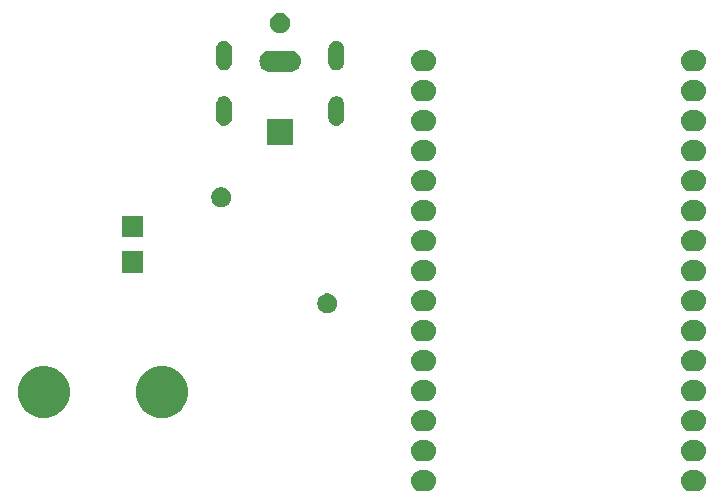
<source format=gbr>
G04 #@! TF.GenerationSoftware,KiCad,Pcbnew,5.1.6-c6e7f7d~86~ubuntu18.04.1*
G04 #@! TF.CreationDate,2020-05-28T19:09:28+01:00*
G04 #@! TF.ProjectId,polariser_drive,706f6c61-7269-4736-9572-5f6472697665,rev?*
G04 #@! TF.SameCoordinates,Original*
G04 #@! TF.FileFunction,Soldermask,Bot*
G04 #@! TF.FilePolarity,Negative*
%FSLAX46Y46*%
G04 Gerber Fmt 4.6, Leading zero omitted, Abs format (unit mm)*
G04 Created by KiCad (PCBNEW 5.1.6-c6e7f7d~86~ubuntu18.04.1) date 2020-05-28 19:09:28*
%MOMM*%
%LPD*%
G01*
G04 APERTURE LIST*
%ADD10C,0.100000*%
G04 APERTURE END LIST*
D10*
G36*
X111331694Y-129598633D02*
G01*
X111504095Y-129650931D01*
X111662983Y-129735858D01*
X111802249Y-129850151D01*
X111916542Y-129989417D01*
X112001469Y-130148305D01*
X112053767Y-130320706D01*
X112071425Y-130500000D01*
X112053767Y-130679294D01*
X112001469Y-130851695D01*
X111916542Y-131010583D01*
X111802249Y-131149849D01*
X111662983Y-131264142D01*
X111504095Y-131349069D01*
X111331694Y-131401367D01*
X111197331Y-131414600D01*
X110802669Y-131414600D01*
X110668306Y-131401367D01*
X110495905Y-131349069D01*
X110337017Y-131264142D01*
X110197751Y-131149849D01*
X110083458Y-131010583D01*
X109998531Y-130851695D01*
X109946233Y-130679294D01*
X109928575Y-130500000D01*
X109946233Y-130320706D01*
X109998531Y-130148305D01*
X110083458Y-129989417D01*
X110197751Y-129850151D01*
X110337017Y-129735858D01*
X110495905Y-129650931D01*
X110668306Y-129598633D01*
X110802669Y-129585400D01*
X111197331Y-129585400D01*
X111331694Y-129598633D01*
G37*
G36*
X88471694Y-129598633D02*
G01*
X88644095Y-129650931D01*
X88802983Y-129735858D01*
X88942249Y-129850151D01*
X89056542Y-129989417D01*
X89141469Y-130148305D01*
X89193767Y-130320706D01*
X89211425Y-130500000D01*
X89193767Y-130679294D01*
X89141469Y-130851695D01*
X89056542Y-131010583D01*
X88942249Y-131149849D01*
X88802983Y-131264142D01*
X88644095Y-131349069D01*
X88471694Y-131401367D01*
X88337331Y-131414600D01*
X87942669Y-131414600D01*
X87808306Y-131401367D01*
X87635905Y-131349069D01*
X87477017Y-131264142D01*
X87337751Y-131149849D01*
X87223458Y-131010583D01*
X87138531Y-130851695D01*
X87086233Y-130679294D01*
X87068575Y-130500000D01*
X87086233Y-130320706D01*
X87138531Y-130148305D01*
X87223458Y-129989417D01*
X87337751Y-129850151D01*
X87477017Y-129735858D01*
X87635905Y-129650931D01*
X87808306Y-129598633D01*
X87942669Y-129585400D01*
X88337331Y-129585400D01*
X88471694Y-129598633D01*
G37*
G36*
X88471694Y-127058633D02*
G01*
X88644095Y-127110931D01*
X88802983Y-127195858D01*
X88942249Y-127310151D01*
X89056542Y-127449417D01*
X89141469Y-127608305D01*
X89193767Y-127780706D01*
X89211425Y-127960000D01*
X89193767Y-128139294D01*
X89141469Y-128311695D01*
X89056542Y-128470583D01*
X88942249Y-128609849D01*
X88802983Y-128724142D01*
X88644095Y-128809069D01*
X88471694Y-128861367D01*
X88337331Y-128874600D01*
X87942669Y-128874600D01*
X87808306Y-128861367D01*
X87635905Y-128809069D01*
X87477017Y-128724142D01*
X87337751Y-128609849D01*
X87223458Y-128470583D01*
X87138531Y-128311695D01*
X87086233Y-128139294D01*
X87068575Y-127960000D01*
X87086233Y-127780706D01*
X87138531Y-127608305D01*
X87223458Y-127449417D01*
X87337751Y-127310151D01*
X87477017Y-127195858D01*
X87635905Y-127110931D01*
X87808306Y-127058633D01*
X87942669Y-127045400D01*
X88337331Y-127045400D01*
X88471694Y-127058633D01*
G37*
G36*
X111331694Y-127058633D02*
G01*
X111504095Y-127110931D01*
X111662983Y-127195858D01*
X111802249Y-127310151D01*
X111916542Y-127449417D01*
X112001469Y-127608305D01*
X112053767Y-127780706D01*
X112071425Y-127960000D01*
X112053767Y-128139294D01*
X112001469Y-128311695D01*
X111916542Y-128470583D01*
X111802249Y-128609849D01*
X111662983Y-128724142D01*
X111504095Y-128809069D01*
X111331694Y-128861367D01*
X111197331Y-128874600D01*
X110802669Y-128874600D01*
X110668306Y-128861367D01*
X110495905Y-128809069D01*
X110337017Y-128724142D01*
X110197751Y-128609849D01*
X110083458Y-128470583D01*
X109998531Y-128311695D01*
X109946233Y-128139294D01*
X109928575Y-127960000D01*
X109946233Y-127780706D01*
X109998531Y-127608305D01*
X110083458Y-127449417D01*
X110197751Y-127310151D01*
X110337017Y-127195858D01*
X110495905Y-127110931D01*
X110668306Y-127058633D01*
X110802669Y-127045400D01*
X111197331Y-127045400D01*
X111331694Y-127058633D01*
G37*
G36*
X111331694Y-124518633D02*
G01*
X111504095Y-124570931D01*
X111662983Y-124655858D01*
X111802249Y-124770151D01*
X111916542Y-124909417D01*
X112001469Y-125068305D01*
X112053767Y-125240706D01*
X112071425Y-125420000D01*
X112053767Y-125599294D01*
X112001469Y-125771695D01*
X111916542Y-125930583D01*
X111802249Y-126069849D01*
X111662983Y-126184142D01*
X111504095Y-126269069D01*
X111331694Y-126321367D01*
X111197331Y-126334600D01*
X110802669Y-126334600D01*
X110668306Y-126321367D01*
X110495905Y-126269069D01*
X110337017Y-126184142D01*
X110197751Y-126069849D01*
X110083458Y-125930583D01*
X109998531Y-125771695D01*
X109946233Y-125599294D01*
X109928575Y-125420000D01*
X109946233Y-125240706D01*
X109998531Y-125068305D01*
X110083458Y-124909417D01*
X110197751Y-124770151D01*
X110337017Y-124655858D01*
X110495905Y-124570931D01*
X110668306Y-124518633D01*
X110802669Y-124505400D01*
X111197331Y-124505400D01*
X111331694Y-124518633D01*
G37*
G36*
X88471694Y-124518633D02*
G01*
X88644095Y-124570931D01*
X88802983Y-124655858D01*
X88942249Y-124770151D01*
X89056542Y-124909417D01*
X89141469Y-125068305D01*
X89193767Y-125240706D01*
X89211425Y-125420000D01*
X89193767Y-125599294D01*
X89141469Y-125771695D01*
X89056542Y-125930583D01*
X88942249Y-126069849D01*
X88802983Y-126184142D01*
X88644095Y-126269069D01*
X88471694Y-126321367D01*
X88337331Y-126334600D01*
X87942669Y-126334600D01*
X87808306Y-126321367D01*
X87635905Y-126269069D01*
X87477017Y-126184142D01*
X87337751Y-126069849D01*
X87223458Y-125930583D01*
X87138531Y-125771695D01*
X87086233Y-125599294D01*
X87068575Y-125420000D01*
X87086233Y-125240706D01*
X87138531Y-125068305D01*
X87223458Y-124909417D01*
X87337751Y-124770151D01*
X87477017Y-124655858D01*
X87635905Y-124570931D01*
X87808306Y-124518633D01*
X87942669Y-124505400D01*
X88337331Y-124505400D01*
X88471694Y-124518633D01*
G37*
G36*
X66642007Y-120883582D02*
G01*
X67042563Y-121049498D01*
X67042565Y-121049499D01*
X67403056Y-121290371D01*
X67709629Y-121596944D01*
X67950501Y-121957435D01*
X67950502Y-121957437D01*
X68116418Y-122357993D01*
X68201000Y-122783219D01*
X68201000Y-123216781D01*
X68116418Y-123642007D01*
X67950502Y-124042563D01*
X67950501Y-124042565D01*
X67709629Y-124403056D01*
X67403056Y-124709629D01*
X67042565Y-124950501D01*
X67042564Y-124950502D01*
X67042563Y-124950502D01*
X66642007Y-125116418D01*
X66216781Y-125201000D01*
X65783219Y-125201000D01*
X65357993Y-125116418D01*
X64957437Y-124950502D01*
X64957436Y-124950502D01*
X64957435Y-124950501D01*
X64596944Y-124709629D01*
X64290371Y-124403056D01*
X64049499Y-124042565D01*
X64049498Y-124042563D01*
X63883582Y-123642007D01*
X63799000Y-123216781D01*
X63799000Y-122783219D01*
X63883582Y-122357993D01*
X64049498Y-121957437D01*
X64049499Y-121957435D01*
X64290371Y-121596944D01*
X64596944Y-121290371D01*
X64957435Y-121049499D01*
X64957437Y-121049498D01*
X65357993Y-120883582D01*
X65783219Y-120799000D01*
X66216781Y-120799000D01*
X66642007Y-120883582D01*
G37*
G36*
X56642007Y-120883582D02*
G01*
X57042563Y-121049498D01*
X57042565Y-121049499D01*
X57403056Y-121290371D01*
X57709629Y-121596944D01*
X57950501Y-121957435D01*
X57950502Y-121957437D01*
X58116418Y-122357993D01*
X58201000Y-122783219D01*
X58201000Y-123216781D01*
X58116418Y-123642007D01*
X57950502Y-124042563D01*
X57950501Y-124042565D01*
X57709629Y-124403056D01*
X57403056Y-124709629D01*
X57042565Y-124950501D01*
X57042564Y-124950502D01*
X57042563Y-124950502D01*
X56642007Y-125116418D01*
X56216781Y-125201000D01*
X55783219Y-125201000D01*
X55357993Y-125116418D01*
X54957437Y-124950502D01*
X54957436Y-124950502D01*
X54957435Y-124950501D01*
X54596944Y-124709629D01*
X54290371Y-124403056D01*
X54049499Y-124042565D01*
X54049498Y-124042563D01*
X53883582Y-123642007D01*
X53799000Y-123216781D01*
X53799000Y-122783219D01*
X53883582Y-122357993D01*
X54049498Y-121957437D01*
X54049499Y-121957435D01*
X54290371Y-121596944D01*
X54596944Y-121290371D01*
X54957435Y-121049499D01*
X54957437Y-121049498D01*
X55357993Y-120883582D01*
X55783219Y-120799000D01*
X56216781Y-120799000D01*
X56642007Y-120883582D01*
G37*
G36*
X111331694Y-121978633D02*
G01*
X111504095Y-122030931D01*
X111662983Y-122115858D01*
X111802249Y-122230151D01*
X111916542Y-122369417D01*
X112001469Y-122528305D01*
X112053767Y-122700706D01*
X112071425Y-122880000D01*
X112053767Y-123059294D01*
X112001469Y-123231695D01*
X111916542Y-123390583D01*
X111802249Y-123529849D01*
X111662983Y-123644142D01*
X111504095Y-123729069D01*
X111331694Y-123781367D01*
X111197331Y-123794600D01*
X110802669Y-123794600D01*
X110668306Y-123781367D01*
X110495905Y-123729069D01*
X110337017Y-123644142D01*
X110197751Y-123529849D01*
X110083458Y-123390583D01*
X109998531Y-123231695D01*
X109946233Y-123059294D01*
X109928575Y-122880000D01*
X109946233Y-122700706D01*
X109998531Y-122528305D01*
X110083458Y-122369417D01*
X110197751Y-122230151D01*
X110337017Y-122115858D01*
X110495905Y-122030931D01*
X110668306Y-121978633D01*
X110802669Y-121965400D01*
X111197331Y-121965400D01*
X111331694Y-121978633D01*
G37*
G36*
X88471694Y-121978633D02*
G01*
X88644095Y-122030931D01*
X88802983Y-122115858D01*
X88942249Y-122230151D01*
X89056542Y-122369417D01*
X89141469Y-122528305D01*
X89193767Y-122700706D01*
X89211425Y-122880000D01*
X89193767Y-123059294D01*
X89141469Y-123231695D01*
X89056542Y-123390583D01*
X88942249Y-123529849D01*
X88802983Y-123644142D01*
X88644095Y-123729069D01*
X88471694Y-123781367D01*
X88337331Y-123794600D01*
X87942669Y-123794600D01*
X87808306Y-123781367D01*
X87635905Y-123729069D01*
X87477017Y-123644142D01*
X87337751Y-123529849D01*
X87223458Y-123390583D01*
X87138531Y-123231695D01*
X87086233Y-123059294D01*
X87068575Y-122880000D01*
X87086233Y-122700706D01*
X87138531Y-122528305D01*
X87223458Y-122369417D01*
X87337751Y-122230151D01*
X87477017Y-122115858D01*
X87635905Y-122030931D01*
X87808306Y-121978633D01*
X87942669Y-121965400D01*
X88337331Y-121965400D01*
X88471694Y-121978633D01*
G37*
G36*
X111331694Y-119438633D02*
G01*
X111504095Y-119490931D01*
X111662983Y-119575858D01*
X111802249Y-119690151D01*
X111916542Y-119829417D01*
X112001469Y-119988305D01*
X112053767Y-120160706D01*
X112071425Y-120340000D01*
X112053767Y-120519294D01*
X112001469Y-120691695D01*
X111916542Y-120850583D01*
X111802249Y-120989849D01*
X111662983Y-121104142D01*
X111504095Y-121189069D01*
X111331694Y-121241367D01*
X111197331Y-121254600D01*
X110802669Y-121254600D01*
X110668306Y-121241367D01*
X110495905Y-121189069D01*
X110337017Y-121104142D01*
X110197751Y-120989849D01*
X110083458Y-120850583D01*
X109998531Y-120691695D01*
X109946233Y-120519294D01*
X109928575Y-120340000D01*
X109946233Y-120160706D01*
X109998531Y-119988305D01*
X110083458Y-119829417D01*
X110197751Y-119690151D01*
X110337017Y-119575858D01*
X110495905Y-119490931D01*
X110668306Y-119438633D01*
X110802669Y-119425400D01*
X111197331Y-119425400D01*
X111331694Y-119438633D01*
G37*
G36*
X88471694Y-119438633D02*
G01*
X88644095Y-119490931D01*
X88802983Y-119575858D01*
X88942249Y-119690151D01*
X89056542Y-119829417D01*
X89141469Y-119988305D01*
X89193767Y-120160706D01*
X89211425Y-120340000D01*
X89193767Y-120519294D01*
X89141469Y-120691695D01*
X89056542Y-120850583D01*
X88942249Y-120989849D01*
X88802983Y-121104142D01*
X88644095Y-121189069D01*
X88471694Y-121241367D01*
X88337331Y-121254600D01*
X87942669Y-121254600D01*
X87808306Y-121241367D01*
X87635905Y-121189069D01*
X87477017Y-121104142D01*
X87337751Y-120989849D01*
X87223458Y-120850583D01*
X87138531Y-120691695D01*
X87086233Y-120519294D01*
X87068575Y-120340000D01*
X87086233Y-120160706D01*
X87138531Y-119988305D01*
X87223458Y-119829417D01*
X87337751Y-119690151D01*
X87477017Y-119575858D01*
X87635905Y-119490931D01*
X87808306Y-119438633D01*
X87942669Y-119425400D01*
X88337331Y-119425400D01*
X88471694Y-119438633D01*
G37*
G36*
X88471694Y-116898633D02*
G01*
X88644095Y-116950931D01*
X88802983Y-117035858D01*
X88942249Y-117150151D01*
X89056542Y-117289417D01*
X89141469Y-117448305D01*
X89193767Y-117620706D01*
X89211425Y-117800000D01*
X89193767Y-117979294D01*
X89141469Y-118151695D01*
X89056542Y-118310583D01*
X88942249Y-118449849D01*
X88802983Y-118564142D01*
X88644095Y-118649069D01*
X88471694Y-118701367D01*
X88337331Y-118714600D01*
X87942669Y-118714600D01*
X87808306Y-118701367D01*
X87635905Y-118649069D01*
X87477017Y-118564142D01*
X87337751Y-118449849D01*
X87223458Y-118310583D01*
X87138531Y-118151695D01*
X87086233Y-117979294D01*
X87068575Y-117800000D01*
X87086233Y-117620706D01*
X87138531Y-117448305D01*
X87223458Y-117289417D01*
X87337751Y-117150151D01*
X87477017Y-117035858D01*
X87635905Y-116950931D01*
X87808306Y-116898633D01*
X87942669Y-116885400D01*
X88337331Y-116885400D01*
X88471694Y-116898633D01*
G37*
G36*
X111331694Y-116898633D02*
G01*
X111504095Y-116950931D01*
X111662983Y-117035858D01*
X111802249Y-117150151D01*
X111916542Y-117289417D01*
X112001469Y-117448305D01*
X112053767Y-117620706D01*
X112071425Y-117800000D01*
X112053767Y-117979294D01*
X112001469Y-118151695D01*
X111916542Y-118310583D01*
X111802249Y-118449849D01*
X111662983Y-118564142D01*
X111504095Y-118649069D01*
X111331694Y-118701367D01*
X111197331Y-118714600D01*
X110802669Y-118714600D01*
X110668306Y-118701367D01*
X110495905Y-118649069D01*
X110337017Y-118564142D01*
X110197751Y-118449849D01*
X110083458Y-118310583D01*
X109998531Y-118151695D01*
X109946233Y-117979294D01*
X109928575Y-117800000D01*
X109946233Y-117620706D01*
X109998531Y-117448305D01*
X110083458Y-117289417D01*
X110197751Y-117150151D01*
X110337017Y-117035858D01*
X110495905Y-116950931D01*
X110668306Y-116898633D01*
X110802669Y-116885400D01*
X111197331Y-116885400D01*
X111331694Y-116898633D01*
G37*
G36*
X80248228Y-114681703D02*
G01*
X80403100Y-114745853D01*
X80542481Y-114838985D01*
X80661015Y-114957519D01*
X80754147Y-115096900D01*
X80818297Y-115251772D01*
X80851000Y-115416184D01*
X80851000Y-115583816D01*
X80818297Y-115748228D01*
X80754147Y-115903100D01*
X80661015Y-116042481D01*
X80542481Y-116161015D01*
X80403100Y-116254147D01*
X80248228Y-116318297D01*
X80083816Y-116351000D01*
X79916184Y-116351000D01*
X79751772Y-116318297D01*
X79596900Y-116254147D01*
X79457519Y-116161015D01*
X79338985Y-116042481D01*
X79245853Y-115903100D01*
X79181703Y-115748228D01*
X79149000Y-115583816D01*
X79149000Y-115416184D01*
X79181703Y-115251772D01*
X79245853Y-115096900D01*
X79338985Y-114957519D01*
X79457519Y-114838985D01*
X79596900Y-114745853D01*
X79751772Y-114681703D01*
X79916184Y-114649000D01*
X80083816Y-114649000D01*
X80248228Y-114681703D01*
G37*
G36*
X111331694Y-114358633D02*
G01*
X111504095Y-114410931D01*
X111662983Y-114495858D01*
X111802249Y-114610151D01*
X111916542Y-114749417D01*
X112001469Y-114908305D01*
X112053767Y-115080706D01*
X112071425Y-115260000D01*
X112053767Y-115439294D01*
X112001469Y-115611695D01*
X111916542Y-115770583D01*
X111802249Y-115909849D01*
X111662983Y-116024142D01*
X111504095Y-116109069D01*
X111331694Y-116161367D01*
X111197331Y-116174600D01*
X110802669Y-116174600D01*
X110668306Y-116161367D01*
X110495905Y-116109069D01*
X110337017Y-116024142D01*
X110197751Y-115909849D01*
X110083458Y-115770583D01*
X109998531Y-115611695D01*
X109946233Y-115439294D01*
X109928575Y-115260000D01*
X109946233Y-115080706D01*
X109998531Y-114908305D01*
X110083458Y-114749417D01*
X110197751Y-114610151D01*
X110337017Y-114495858D01*
X110495905Y-114410931D01*
X110668306Y-114358633D01*
X110802669Y-114345400D01*
X111197331Y-114345400D01*
X111331694Y-114358633D01*
G37*
G36*
X88471694Y-114358633D02*
G01*
X88644095Y-114410931D01*
X88802983Y-114495858D01*
X88942249Y-114610151D01*
X89056542Y-114749417D01*
X89141469Y-114908305D01*
X89193767Y-115080706D01*
X89211425Y-115260000D01*
X89193767Y-115439294D01*
X89141469Y-115611695D01*
X89056542Y-115770583D01*
X88942249Y-115909849D01*
X88802983Y-116024142D01*
X88644095Y-116109069D01*
X88471694Y-116161367D01*
X88337331Y-116174600D01*
X87942669Y-116174600D01*
X87808306Y-116161367D01*
X87635905Y-116109069D01*
X87477017Y-116024142D01*
X87337751Y-115909849D01*
X87223458Y-115770583D01*
X87138531Y-115611695D01*
X87086233Y-115439294D01*
X87068575Y-115260000D01*
X87086233Y-115080706D01*
X87138531Y-114908305D01*
X87223458Y-114749417D01*
X87337751Y-114610151D01*
X87477017Y-114495858D01*
X87635905Y-114410931D01*
X87808306Y-114358633D01*
X87942669Y-114345400D01*
X88337331Y-114345400D01*
X88471694Y-114358633D01*
G37*
G36*
X111331694Y-111818633D02*
G01*
X111504095Y-111870931D01*
X111662983Y-111955858D01*
X111802249Y-112070151D01*
X111916542Y-112209417D01*
X112001469Y-112368305D01*
X112053767Y-112540706D01*
X112071425Y-112720000D01*
X112053767Y-112899294D01*
X112001469Y-113071695D01*
X111916542Y-113230583D01*
X111802249Y-113369849D01*
X111662983Y-113484142D01*
X111504095Y-113569069D01*
X111331694Y-113621367D01*
X111197331Y-113634600D01*
X110802669Y-113634600D01*
X110668306Y-113621367D01*
X110495905Y-113569069D01*
X110337017Y-113484142D01*
X110197751Y-113369849D01*
X110083458Y-113230583D01*
X109998531Y-113071695D01*
X109946233Y-112899294D01*
X109928575Y-112720000D01*
X109946233Y-112540706D01*
X109998531Y-112368305D01*
X110083458Y-112209417D01*
X110197751Y-112070151D01*
X110337017Y-111955858D01*
X110495905Y-111870931D01*
X110668306Y-111818633D01*
X110802669Y-111805400D01*
X111197331Y-111805400D01*
X111331694Y-111818633D01*
G37*
G36*
X88471694Y-111818633D02*
G01*
X88644095Y-111870931D01*
X88802983Y-111955858D01*
X88942249Y-112070151D01*
X89056542Y-112209417D01*
X89141469Y-112368305D01*
X89193767Y-112540706D01*
X89211425Y-112720000D01*
X89193767Y-112899294D01*
X89141469Y-113071695D01*
X89056542Y-113230583D01*
X88942249Y-113369849D01*
X88802983Y-113484142D01*
X88644095Y-113569069D01*
X88471694Y-113621367D01*
X88337331Y-113634600D01*
X87942669Y-113634600D01*
X87808306Y-113621367D01*
X87635905Y-113569069D01*
X87477017Y-113484142D01*
X87337751Y-113369849D01*
X87223458Y-113230583D01*
X87138531Y-113071695D01*
X87086233Y-112899294D01*
X87068575Y-112720000D01*
X87086233Y-112540706D01*
X87138531Y-112368305D01*
X87223458Y-112209417D01*
X87337751Y-112070151D01*
X87477017Y-111955858D01*
X87635905Y-111870931D01*
X87808306Y-111818633D01*
X87942669Y-111805400D01*
X88337331Y-111805400D01*
X88471694Y-111818633D01*
G37*
G36*
X64401000Y-112901000D02*
G01*
X62599000Y-112901000D01*
X62599000Y-111099000D01*
X64401000Y-111099000D01*
X64401000Y-112901000D01*
G37*
G36*
X111331694Y-109278633D02*
G01*
X111504095Y-109330931D01*
X111662983Y-109415858D01*
X111802249Y-109530151D01*
X111916542Y-109669417D01*
X112001469Y-109828305D01*
X112053767Y-110000706D01*
X112071425Y-110180000D01*
X112053767Y-110359294D01*
X112001469Y-110531695D01*
X111916542Y-110690583D01*
X111802249Y-110829849D01*
X111662983Y-110944142D01*
X111504095Y-111029069D01*
X111331694Y-111081367D01*
X111197331Y-111094600D01*
X110802669Y-111094600D01*
X110668306Y-111081367D01*
X110495905Y-111029069D01*
X110337017Y-110944142D01*
X110197751Y-110829849D01*
X110083458Y-110690583D01*
X109998531Y-110531695D01*
X109946233Y-110359294D01*
X109928575Y-110180000D01*
X109946233Y-110000706D01*
X109998531Y-109828305D01*
X110083458Y-109669417D01*
X110197751Y-109530151D01*
X110337017Y-109415858D01*
X110495905Y-109330931D01*
X110668306Y-109278633D01*
X110802669Y-109265400D01*
X111197331Y-109265400D01*
X111331694Y-109278633D01*
G37*
G36*
X88471694Y-109278633D02*
G01*
X88644095Y-109330931D01*
X88802983Y-109415858D01*
X88942249Y-109530151D01*
X89056542Y-109669417D01*
X89141469Y-109828305D01*
X89193767Y-110000706D01*
X89211425Y-110180000D01*
X89193767Y-110359294D01*
X89141469Y-110531695D01*
X89056542Y-110690583D01*
X88942249Y-110829849D01*
X88802983Y-110944142D01*
X88644095Y-111029069D01*
X88471694Y-111081367D01*
X88337331Y-111094600D01*
X87942669Y-111094600D01*
X87808306Y-111081367D01*
X87635905Y-111029069D01*
X87477017Y-110944142D01*
X87337751Y-110829849D01*
X87223458Y-110690583D01*
X87138531Y-110531695D01*
X87086233Y-110359294D01*
X87068575Y-110180000D01*
X87086233Y-110000706D01*
X87138531Y-109828305D01*
X87223458Y-109669417D01*
X87337751Y-109530151D01*
X87477017Y-109415858D01*
X87635905Y-109330931D01*
X87808306Y-109278633D01*
X87942669Y-109265400D01*
X88337331Y-109265400D01*
X88471694Y-109278633D01*
G37*
G36*
X64401000Y-109901000D02*
G01*
X62599000Y-109901000D01*
X62599000Y-108099000D01*
X64401000Y-108099000D01*
X64401000Y-109901000D01*
G37*
G36*
X88471694Y-106738633D02*
G01*
X88644095Y-106790931D01*
X88802983Y-106875858D01*
X88942249Y-106990151D01*
X89056542Y-107129417D01*
X89141469Y-107288305D01*
X89193767Y-107460706D01*
X89211425Y-107640000D01*
X89193767Y-107819294D01*
X89141469Y-107991695D01*
X89056542Y-108150583D01*
X88942249Y-108289849D01*
X88802983Y-108404142D01*
X88644095Y-108489069D01*
X88471694Y-108541367D01*
X88337331Y-108554600D01*
X87942669Y-108554600D01*
X87808306Y-108541367D01*
X87635905Y-108489069D01*
X87477017Y-108404142D01*
X87337751Y-108289849D01*
X87223458Y-108150583D01*
X87138531Y-107991695D01*
X87086233Y-107819294D01*
X87068575Y-107640000D01*
X87086233Y-107460706D01*
X87138531Y-107288305D01*
X87223458Y-107129417D01*
X87337751Y-106990151D01*
X87477017Y-106875858D01*
X87635905Y-106790931D01*
X87808306Y-106738633D01*
X87942669Y-106725400D01*
X88337331Y-106725400D01*
X88471694Y-106738633D01*
G37*
G36*
X111331694Y-106738633D02*
G01*
X111504095Y-106790931D01*
X111662983Y-106875858D01*
X111802249Y-106990151D01*
X111916542Y-107129417D01*
X112001469Y-107288305D01*
X112053767Y-107460706D01*
X112071425Y-107640000D01*
X112053767Y-107819294D01*
X112001469Y-107991695D01*
X111916542Y-108150583D01*
X111802249Y-108289849D01*
X111662983Y-108404142D01*
X111504095Y-108489069D01*
X111331694Y-108541367D01*
X111197331Y-108554600D01*
X110802669Y-108554600D01*
X110668306Y-108541367D01*
X110495905Y-108489069D01*
X110337017Y-108404142D01*
X110197751Y-108289849D01*
X110083458Y-108150583D01*
X109998531Y-107991695D01*
X109946233Y-107819294D01*
X109928575Y-107640000D01*
X109946233Y-107460706D01*
X109998531Y-107288305D01*
X110083458Y-107129417D01*
X110197751Y-106990151D01*
X110337017Y-106875858D01*
X110495905Y-106790931D01*
X110668306Y-106738633D01*
X110802669Y-106725400D01*
X111197331Y-106725400D01*
X111331694Y-106738633D01*
G37*
G36*
X71267972Y-105701447D02*
G01*
X71422844Y-105765597D01*
X71562225Y-105858729D01*
X71680759Y-105977263D01*
X71773891Y-106116644D01*
X71838041Y-106271516D01*
X71870744Y-106435928D01*
X71870744Y-106603560D01*
X71838041Y-106767972D01*
X71773891Y-106922844D01*
X71680759Y-107062225D01*
X71562225Y-107180759D01*
X71422844Y-107273891D01*
X71267972Y-107338041D01*
X71103560Y-107370744D01*
X70935928Y-107370744D01*
X70771516Y-107338041D01*
X70616644Y-107273891D01*
X70477263Y-107180759D01*
X70358729Y-107062225D01*
X70265597Y-106922844D01*
X70201447Y-106767972D01*
X70168744Y-106603560D01*
X70168744Y-106435928D01*
X70201447Y-106271516D01*
X70265597Y-106116644D01*
X70358729Y-105977263D01*
X70477263Y-105858729D01*
X70616644Y-105765597D01*
X70771516Y-105701447D01*
X70935928Y-105668744D01*
X71103560Y-105668744D01*
X71267972Y-105701447D01*
G37*
G36*
X111331694Y-104198633D02*
G01*
X111504095Y-104250931D01*
X111662983Y-104335858D01*
X111802249Y-104450151D01*
X111916542Y-104589417D01*
X112001469Y-104748305D01*
X112053767Y-104920706D01*
X112071425Y-105100000D01*
X112053767Y-105279294D01*
X112001469Y-105451695D01*
X111916542Y-105610583D01*
X111802249Y-105749849D01*
X111662983Y-105864142D01*
X111504095Y-105949069D01*
X111331694Y-106001367D01*
X111197331Y-106014600D01*
X110802669Y-106014600D01*
X110668306Y-106001367D01*
X110495905Y-105949069D01*
X110337017Y-105864142D01*
X110197751Y-105749849D01*
X110083458Y-105610583D01*
X109998531Y-105451695D01*
X109946233Y-105279294D01*
X109928575Y-105100000D01*
X109946233Y-104920706D01*
X109998531Y-104748305D01*
X110083458Y-104589417D01*
X110197751Y-104450151D01*
X110337017Y-104335858D01*
X110495905Y-104250931D01*
X110668306Y-104198633D01*
X110802669Y-104185400D01*
X111197331Y-104185400D01*
X111331694Y-104198633D01*
G37*
G36*
X88471694Y-104198633D02*
G01*
X88644095Y-104250931D01*
X88802983Y-104335858D01*
X88942249Y-104450151D01*
X89056542Y-104589417D01*
X89141469Y-104748305D01*
X89193767Y-104920706D01*
X89211425Y-105100000D01*
X89193767Y-105279294D01*
X89141469Y-105451695D01*
X89056542Y-105610583D01*
X88942249Y-105749849D01*
X88802983Y-105864142D01*
X88644095Y-105949069D01*
X88471694Y-106001367D01*
X88337331Y-106014600D01*
X87942669Y-106014600D01*
X87808306Y-106001367D01*
X87635905Y-105949069D01*
X87477017Y-105864142D01*
X87337751Y-105749849D01*
X87223458Y-105610583D01*
X87138531Y-105451695D01*
X87086233Y-105279294D01*
X87068575Y-105100000D01*
X87086233Y-104920706D01*
X87138531Y-104748305D01*
X87223458Y-104589417D01*
X87337751Y-104450151D01*
X87477017Y-104335858D01*
X87635905Y-104250931D01*
X87808306Y-104198633D01*
X87942669Y-104185400D01*
X88337331Y-104185400D01*
X88471694Y-104198633D01*
G37*
G36*
X111331694Y-101658633D02*
G01*
X111504095Y-101710931D01*
X111662983Y-101795858D01*
X111802249Y-101910151D01*
X111916542Y-102049417D01*
X112001469Y-102208305D01*
X112053767Y-102380706D01*
X112071425Y-102560000D01*
X112053767Y-102739294D01*
X112001469Y-102911695D01*
X111916542Y-103070583D01*
X111802249Y-103209849D01*
X111662983Y-103324142D01*
X111504095Y-103409069D01*
X111331694Y-103461367D01*
X111197331Y-103474600D01*
X110802669Y-103474600D01*
X110668306Y-103461367D01*
X110495905Y-103409069D01*
X110337017Y-103324142D01*
X110197751Y-103209849D01*
X110083458Y-103070583D01*
X109998531Y-102911695D01*
X109946233Y-102739294D01*
X109928575Y-102560000D01*
X109946233Y-102380706D01*
X109998531Y-102208305D01*
X110083458Y-102049417D01*
X110197751Y-101910151D01*
X110337017Y-101795858D01*
X110495905Y-101710931D01*
X110668306Y-101658633D01*
X110802669Y-101645400D01*
X111197331Y-101645400D01*
X111331694Y-101658633D01*
G37*
G36*
X88471694Y-101658633D02*
G01*
X88644095Y-101710931D01*
X88802983Y-101795858D01*
X88942249Y-101910151D01*
X89056542Y-102049417D01*
X89141469Y-102208305D01*
X89193767Y-102380706D01*
X89211425Y-102560000D01*
X89193767Y-102739294D01*
X89141469Y-102911695D01*
X89056542Y-103070583D01*
X88942249Y-103209849D01*
X88802983Y-103324142D01*
X88644095Y-103409069D01*
X88471694Y-103461367D01*
X88337331Y-103474600D01*
X87942669Y-103474600D01*
X87808306Y-103461367D01*
X87635905Y-103409069D01*
X87477017Y-103324142D01*
X87337751Y-103209849D01*
X87223458Y-103070583D01*
X87138531Y-102911695D01*
X87086233Y-102739294D01*
X87068575Y-102560000D01*
X87086233Y-102380706D01*
X87138531Y-102208305D01*
X87223458Y-102049417D01*
X87337751Y-101910151D01*
X87477017Y-101795858D01*
X87635905Y-101710931D01*
X87808306Y-101658633D01*
X87942669Y-101645400D01*
X88337331Y-101645400D01*
X88471694Y-101658633D01*
G37*
G36*
X77101000Y-102101000D02*
G01*
X74899000Y-102101000D01*
X74899000Y-99899000D01*
X77101000Y-99899000D01*
X77101000Y-102101000D01*
G37*
G36*
X88471694Y-99118633D02*
G01*
X88644095Y-99170931D01*
X88802983Y-99255858D01*
X88942249Y-99370151D01*
X89056542Y-99509417D01*
X89141469Y-99668305D01*
X89193767Y-99840706D01*
X89211425Y-100020000D01*
X89193767Y-100199294D01*
X89141469Y-100371695D01*
X89056542Y-100530583D01*
X88942249Y-100669849D01*
X88802983Y-100784142D01*
X88644095Y-100869069D01*
X88471694Y-100921367D01*
X88337331Y-100934600D01*
X87942669Y-100934600D01*
X87808306Y-100921367D01*
X87635905Y-100869069D01*
X87477017Y-100784142D01*
X87337751Y-100669849D01*
X87223458Y-100530583D01*
X87138531Y-100371695D01*
X87086233Y-100199294D01*
X87068575Y-100020000D01*
X87086233Y-99840706D01*
X87138531Y-99668305D01*
X87223458Y-99509417D01*
X87337751Y-99370151D01*
X87477017Y-99255858D01*
X87635905Y-99170931D01*
X87808306Y-99118633D01*
X87942669Y-99105400D01*
X88337331Y-99105400D01*
X88471694Y-99118633D01*
G37*
G36*
X111331694Y-99118633D02*
G01*
X111504095Y-99170931D01*
X111662983Y-99255858D01*
X111802249Y-99370151D01*
X111916542Y-99509417D01*
X112001469Y-99668305D01*
X112053767Y-99840706D01*
X112071425Y-100020000D01*
X112053767Y-100199294D01*
X112001469Y-100371695D01*
X111916542Y-100530583D01*
X111802249Y-100669849D01*
X111662983Y-100784142D01*
X111504095Y-100869069D01*
X111331694Y-100921367D01*
X111197331Y-100934600D01*
X110802669Y-100934600D01*
X110668306Y-100921367D01*
X110495905Y-100869069D01*
X110337017Y-100784142D01*
X110197751Y-100669849D01*
X110083458Y-100530583D01*
X109998531Y-100371695D01*
X109946233Y-100199294D01*
X109928575Y-100020000D01*
X109946233Y-99840706D01*
X109998531Y-99668305D01*
X110083458Y-99509417D01*
X110197751Y-99370151D01*
X110337017Y-99255858D01*
X110495905Y-99170931D01*
X110668306Y-99118633D01*
X110802669Y-99105400D01*
X111197331Y-99105400D01*
X111331694Y-99118633D01*
G37*
G36*
X80877618Y-97958420D02*
G01*
X80968404Y-97985960D01*
X81000336Y-97995646D01*
X81113425Y-98056094D01*
X81212554Y-98137446D01*
X81293906Y-98236575D01*
X81354354Y-98349664D01*
X81354355Y-98349668D01*
X81391580Y-98472382D01*
X81401000Y-98568027D01*
X81401000Y-99831973D01*
X81391580Y-99927618D01*
X81364040Y-100018404D01*
X81354354Y-100050336D01*
X81293906Y-100163425D01*
X81212554Y-100262553D01*
X81113424Y-100343906D01*
X81000335Y-100404354D01*
X80968403Y-100414040D01*
X80877617Y-100441580D01*
X80750000Y-100454149D01*
X80622382Y-100441580D01*
X80531596Y-100414040D01*
X80499664Y-100404354D01*
X80386575Y-100343906D01*
X80287447Y-100262554D01*
X80206094Y-100163424D01*
X80145646Y-100050335D01*
X80135960Y-100018403D01*
X80108420Y-99927617D01*
X80099000Y-99831972D01*
X80099001Y-98568027D01*
X80108421Y-98472382D01*
X80145646Y-98349668D01*
X80145647Y-98349664D01*
X80206095Y-98236575D01*
X80287447Y-98137446D01*
X80386576Y-98056094D01*
X80499665Y-97995646D01*
X80531597Y-97985960D01*
X80622383Y-97958420D01*
X80750000Y-97945851D01*
X80877618Y-97958420D01*
G37*
G36*
X71377618Y-97958420D02*
G01*
X71468404Y-97985960D01*
X71500336Y-97995646D01*
X71613425Y-98056094D01*
X71712554Y-98137446D01*
X71793906Y-98236575D01*
X71854354Y-98349664D01*
X71854355Y-98349668D01*
X71891580Y-98472382D01*
X71901000Y-98568027D01*
X71901000Y-99831973D01*
X71891580Y-99927618D01*
X71864040Y-100018404D01*
X71854354Y-100050336D01*
X71793906Y-100163425D01*
X71712554Y-100262553D01*
X71613424Y-100343906D01*
X71500335Y-100404354D01*
X71468403Y-100414040D01*
X71377617Y-100441580D01*
X71250000Y-100454149D01*
X71122382Y-100441580D01*
X71031596Y-100414040D01*
X70999664Y-100404354D01*
X70886575Y-100343906D01*
X70787447Y-100262554D01*
X70706094Y-100163424D01*
X70645646Y-100050335D01*
X70635960Y-100018403D01*
X70608420Y-99927617D01*
X70599000Y-99831972D01*
X70599001Y-98568027D01*
X70608421Y-98472382D01*
X70645646Y-98349668D01*
X70645647Y-98349664D01*
X70706095Y-98236575D01*
X70787447Y-98137446D01*
X70886576Y-98056094D01*
X70999665Y-97995646D01*
X71031597Y-97985960D01*
X71122383Y-97958420D01*
X71250000Y-97945851D01*
X71377618Y-97958420D01*
G37*
G36*
X111331694Y-96578633D02*
G01*
X111504095Y-96630931D01*
X111662983Y-96715858D01*
X111802249Y-96830151D01*
X111916542Y-96969417D01*
X112001469Y-97128305D01*
X112053767Y-97300706D01*
X112071425Y-97480000D01*
X112053767Y-97659294D01*
X112001469Y-97831695D01*
X111916542Y-97990583D01*
X111802249Y-98129849D01*
X111662983Y-98244142D01*
X111504095Y-98329069D01*
X111331694Y-98381367D01*
X111197331Y-98394600D01*
X110802669Y-98394600D01*
X110668306Y-98381367D01*
X110495905Y-98329069D01*
X110337017Y-98244142D01*
X110197751Y-98129849D01*
X110083458Y-97990583D01*
X109998531Y-97831695D01*
X109946233Y-97659294D01*
X109928575Y-97480000D01*
X109946233Y-97300706D01*
X109998531Y-97128305D01*
X110083458Y-96969417D01*
X110197751Y-96830151D01*
X110337017Y-96715858D01*
X110495905Y-96630931D01*
X110668306Y-96578633D01*
X110802669Y-96565400D01*
X111197331Y-96565400D01*
X111331694Y-96578633D01*
G37*
G36*
X88471694Y-96578633D02*
G01*
X88644095Y-96630931D01*
X88802983Y-96715858D01*
X88942249Y-96830151D01*
X89056542Y-96969417D01*
X89141469Y-97128305D01*
X89193767Y-97300706D01*
X89211425Y-97480000D01*
X89193767Y-97659294D01*
X89141469Y-97831695D01*
X89056542Y-97990583D01*
X88942249Y-98129849D01*
X88802983Y-98244142D01*
X88644095Y-98329069D01*
X88471694Y-98381367D01*
X88337331Y-98394600D01*
X87942669Y-98394600D01*
X87808306Y-98381367D01*
X87635905Y-98329069D01*
X87477017Y-98244142D01*
X87337751Y-98129849D01*
X87223458Y-97990583D01*
X87138531Y-97831695D01*
X87086233Y-97659294D01*
X87068575Y-97480000D01*
X87086233Y-97300706D01*
X87138531Y-97128305D01*
X87223458Y-96969417D01*
X87337751Y-96830151D01*
X87477017Y-96715858D01*
X87635905Y-96630931D01*
X87808306Y-96578633D01*
X87942669Y-96565400D01*
X88337331Y-96565400D01*
X88471694Y-96578633D01*
G37*
G36*
X76960443Y-94105519D02*
G01*
X77026627Y-94112037D01*
X77196466Y-94163557D01*
X77352991Y-94247222D01*
X77388729Y-94276552D01*
X77490186Y-94359814D01*
X77573448Y-94461271D01*
X77602778Y-94497009D01*
X77686443Y-94653534D01*
X77737963Y-94823373D01*
X77755359Y-95000000D01*
X77737963Y-95176627D01*
X77686443Y-95346466D01*
X77602778Y-95502991D01*
X77573448Y-95538729D01*
X77490186Y-95640186D01*
X77388729Y-95723448D01*
X77352991Y-95752778D01*
X77196466Y-95836443D01*
X77026627Y-95887963D01*
X76960443Y-95894481D01*
X76894260Y-95901000D01*
X75105740Y-95901000D01*
X75039557Y-95894481D01*
X74973373Y-95887963D01*
X74803534Y-95836443D01*
X74647009Y-95752778D01*
X74611271Y-95723448D01*
X74509814Y-95640186D01*
X74426552Y-95538729D01*
X74397222Y-95502991D01*
X74313557Y-95346466D01*
X74262037Y-95176627D01*
X74244641Y-95000000D01*
X74262037Y-94823373D01*
X74313557Y-94653534D01*
X74397222Y-94497009D01*
X74426552Y-94461271D01*
X74509814Y-94359814D01*
X74611271Y-94276552D01*
X74647009Y-94247222D01*
X74803534Y-94163557D01*
X74973373Y-94112037D01*
X75039557Y-94105519D01*
X75105740Y-94099000D01*
X76894260Y-94099000D01*
X76960443Y-94105519D01*
G37*
G36*
X88471694Y-94038633D02*
G01*
X88644095Y-94090931D01*
X88802983Y-94175858D01*
X88942249Y-94290151D01*
X89056542Y-94429417D01*
X89141469Y-94588305D01*
X89193767Y-94760706D01*
X89211425Y-94940000D01*
X89193767Y-95119294D01*
X89141469Y-95291695D01*
X89056542Y-95450583D01*
X88942249Y-95589849D01*
X88802983Y-95704142D01*
X88644095Y-95789069D01*
X88471694Y-95841367D01*
X88337331Y-95854600D01*
X87942669Y-95854600D01*
X87808306Y-95841367D01*
X87635905Y-95789069D01*
X87477017Y-95704142D01*
X87337751Y-95589849D01*
X87223458Y-95450583D01*
X87138531Y-95291695D01*
X87086233Y-95119294D01*
X87068575Y-94940000D01*
X87086233Y-94760706D01*
X87138531Y-94588305D01*
X87223458Y-94429417D01*
X87337751Y-94290151D01*
X87477017Y-94175858D01*
X87635905Y-94090931D01*
X87808306Y-94038633D01*
X87942669Y-94025400D01*
X88337331Y-94025400D01*
X88471694Y-94038633D01*
G37*
G36*
X111331694Y-94038633D02*
G01*
X111504095Y-94090931D01*
X111662983Y-94175858D01*
X111802249Y-94290151D01*
X111916542Y-94429417D01*
X112001469Y-94588305D01*
X112053767Y-94760706D01*
X112071425Y-94940000D01*
X112053767Y-95119294D01*
X112001469Y-95291695D01*
X111916542Y-95450583D01*
X111802249Y-95589849D01*
X111662983Y-95704142D01*
X111504095Y-95789069D01*
X111331694Y-95841367D01*
X111197331Y-95854600D01*
X110802669Y-95854600D01*
X110668306Y-95841367D01*
X110495905Y-95789069D01*
X110337017Y-95704142D01*
X110197751Y-95589849D01*
X110083458Y-95450583D01*
X109998531Y-95291695D01*
X109946233Y-95119294D01*
X109928575Y-94940000D01*
X109946233Y-94760706D01*
X109998531Y-94588305D01*
X110083458Y-94429417D01*
X110197751Y-94290151D01*
X110337017Y-94175858D01*
X110495905Y-94090931D01*
X110668306Y-94038633D01*
X110802669Y-94025400D01*
X111197331Y-94025400D01*
X111331694Y-94038633D01*
G37*
G36*
X80877618Y-93258420D02*
G01*
X80968404Y-93285960D01*
X81000336Y-93295646D01*
X81113425Y-93356094D01*
X81212554Y-93437446D01*
X81293906Y-93536575D01*
X81354354Y-93649664D01*
X81354355Y-93649668D01*
X81391580Y-93772382D01*
X81401000Y-93868027D01*
X81401000Y-95131973D01*
X81391580Y-95227618D01*
X81372142Y-95291695D01*
X81354354Y-95350336D01*
X81293906Y-95463425D01*
X81212554Y-95562553D01*
X81113424Y-95643906D01*
X81000335Y-95704354D01*
X80968403Y-95714040D01*
X80877617Y-95741580D01*
X80750000Y-95754149D01*
X80622382Y-95741580D01*
X80531596Y-95714040D01*
X80499664Y-95704354D01*
X80386575Y-95643906D01*
X80287447Y-95562554D01*
X80206094Y-95463424D01*
X80145646Y-95350335D01*
X80127858Y-95291695D01*
X80108420Y-95227617D01*
X80099000Y-95131972D01*
X80099001Y-93868027D01*
X80108421Y-93772382D01*
X80145646Y-93649668D01*
X80145647Y-93649664D01*
X80206095Y-93536575D01*
X80287447Y-93437446D01*
X80386576Y-93356094D01*
X80499665Y-93295646D01*
X80531597Y-93285960D01*
X80622383Y-93258420D01*
X80750000Y-93245851D01*
X80877618Y-93258420D01*
G37*
G36*
X71377618Y-93258420D02*
G01*
X71468404Y-93285960D01*
X71500336Y-93295646D01*
X71613425Y-93356094D01*
X71712554Y-93437446D01*
X71793906Y-93536575D01*
X71854354Y-93649664D01*
X71854355Y-93649668D01*
X71891580Y-93772382D01*
X71901000Y-93868027D01*
X71901000Y-95131973D01*
X71891580Y-95227618D01*
X71872142Y-95291695D01*
X71854354Y-95350336D01*
X71793906Y-95463425D01*
X71712554Y-95562553D01*
X71613424Y-95643906D01*
X71500335Y-95704354D01*
X71468403Y-95714040D01*
X71377617Y-95741580D01*
X71250000Y-95754149D01*
X71122382Y-95741580D01*
X71031596Y-95714040D01*
X70999664Y-95704354D01*
X70886575Y-95643906D01*
X70787447Y-95562554D01*
X70706094Y-95463424D01*
X70645646Y-95350335D01*
X70627858Y-95291695D01*
X70608420Y-95227617D01*
X70599000Y-95131972D01*
X70599001Y-93868027D01*
X70608421Y-93772382D01*
X70645646Y-93649668D01*
X70645647Y-93649664D01*
X70706095Y-93536575D01*
X70787447Y-93437446D01*
X70886576Y-93356094D01*
X70999665Y-93295646D01*
X71031597Y-93285960D01*
X71122383Y-93258420D01*
X71250000Y-93245851D01*
X71377618Y-93258420D01*
G37*
G36*
X76248228Y-90931703D02*
G01*
X76403100Y-90995853D01*
X76542481Y-91088985D01*
X76661015Y-91207519D01*
X76754147Y-91346900D01*
X76818297Y-91501772D01*
X76851000Y-91666184D01*
X76851000Y-91833816D01*
X76818297Y-91998228D01*
X76754147Y-92153100D01*
X76661015Y-92292481D01*
X76542481Y-92411015D01*
X76403100Y-92504147D01*
X76248228Y-92568297D01*
X76083816Y-92601000D01*
X75916184Y-92601000D01*
X75751772Y-92568297D01*
X75596900Y-92504147D01*
X75457519Y-92411015D01*
X75338985Y-92292481D01*
X75245853Y-92153100D01*
X75181703Y-91998228D01*
X75149000Y-91833816D01*
X75149000Y-91666184D01*
X75181703Y-91501772D01*
X75245853Y-91346900D01*
X75338985Y-91207519D01*
X75457519Y-91088985D01*
X75596900Y-90995853D01*
X75751772Y-90931703D01*
X75916184Y-90899000D01*
X76083816Y-90899000D01*
X76248228Y-90931703D01*
G37*
M02*

</source>
